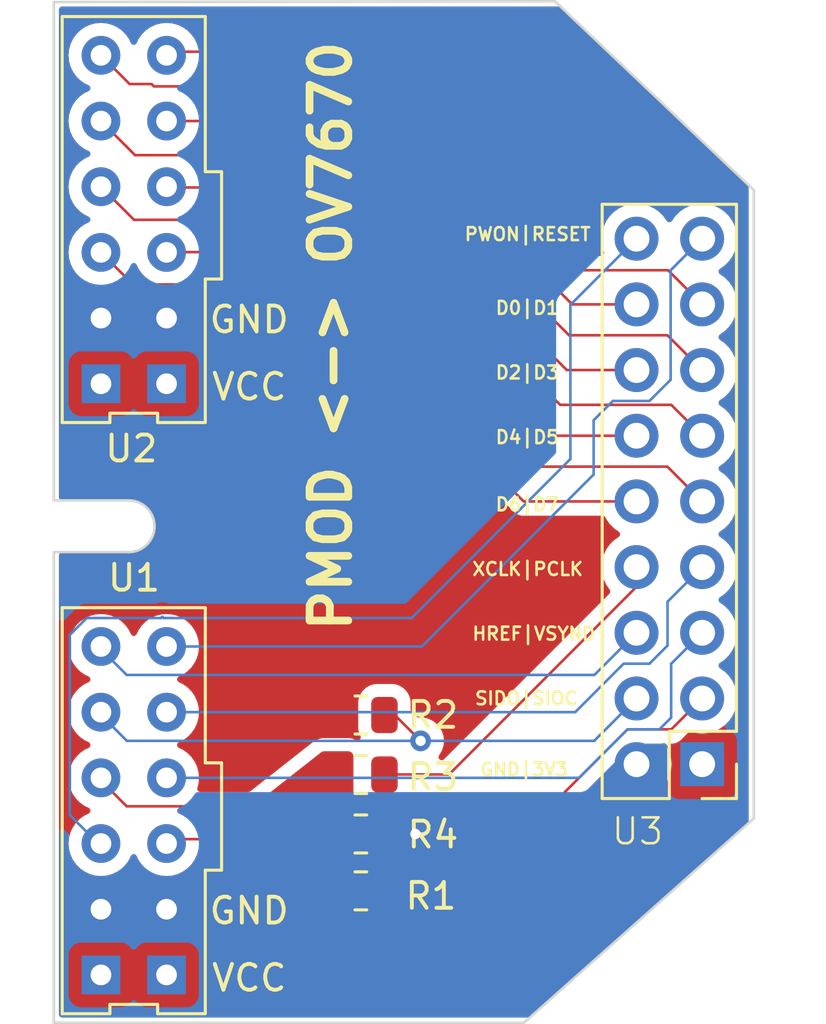
<source format=kicad_pcb>
(kicad_pcb (version 20221018) (generator pcbnew)
  (layers (0 "F.Cu" signal) (31 "B.Cu" signal) (34 "B.Paste" user) (35 "F.Paste" user) (36 "B.SilkS" user "B.Silkscreen") (37 "F.SilkS" user "F.Silkscreen") (38 "B.Mask" user) (39 "F.Mask" user) (44 "Edge.Cuts" user))
  (net 0 "")
  (net 1 "/SIOC")
  (net 2 "+3V3")
  (net 3 "/SIDO")
  (net 4 "Net-(U3-XCLK)")
  (net 5 "/XCLK")
  (net 6 "GND")
  (net 7 "/VSYNC")
  (net 8 "/PCLK")
  (net 9 "/RESET")
  (net 10 "/HREF")
  (net 11 "/PWON")
  (net 12 "/D7")
  (net 13 "/D5")
  (net 14 "/D3")
  (net 15 "/D1")
  (net 16 "/D0")
  (net 17 "/D2")
  (net 18 "/D4")
  (net 19 "/D6")
  (footprint "Resistor_SMD:R_0805_2012Metric" (layer "F.Cu") (at 89.0875 100.4)
    (fp_text reference "R2" (at 2.7875 0) (layer "F.SilkS"))
    (fp_text value "10k")
    (fp_line (start -0.227064 -0.735) (end 0.227064 -0.735) (stroke (width 0.12)) (layer "F.SilkS"))
    (fp_line (start -0.227064 0.735) (end 0.227064 0.735) (stroke (width 0.12)) (layer "F.SilkS"))
    (pad "1" smd roundrect (at -0.9125 0) (size 1.025 1.4) (layers "F.Cu" "F.Paste" "F.Mask") (roundrect_rratio 0.243902) (net 2 "+3V3"))
    (pad "2" smd roundrect (at 0.9125 0) (size 1.025 1.4) (layers "F.Cu" "F.Paste" "F.Mask") (roundrect_rratio 0.243902) (net 3 "/SIDO"))
  )
  (footprint "Resistor_SMD:R_0805_2012Metric" (layer "F.Cu") (at 89.0875 107.2)
    (fp_text reference "R1" (at 2.7125 0.2) (layer "F.SilkS"))
    (fp_text value "10k")
    (fp_line (start -0.227064 -0.735) (end 0.227064 -0.735) (stroke (width 0.12)) (layer "F.SilkS"))
    (fp_line (start -0.227064 0.735) (end 0.227064 0.735) (stroke (width 0.12)) (layer "F.SilkS"))
    (pad "1" smd roundrect (at -0.9125 0) (size 1.025 1.4) (layers "F.Cu" "F.Paste" "F.Mask") (roundrect_rratio 0.243902) (net 1 "/SIOC"))
    (pad "2" smd roundrect (at 0.9125 0) (size 1.025 1.4) (layers "F.Cu" "F.Paste" "F.Mask") (roundrect_rratio 0.243902) (net 2 "+3V3"))
  )
  (footprint "OV7670_camera:OV7670_camera" (layer "F.Cu") (at 101.05 92.25)
    (fp_text reference "U3" (at -1.25 12.65 unlocked) (layer "F.SilkS") (effects (font (thickness 0.1))))
    (fp_text value "OV7670_camera")
    (fp_text user "PWON|RESET" (at -8 -10.15 unlocked) (layer "F.SilkS") (effects (font (size 0.5 0.5) (thickness 0.1) bold) (justify left bottom)))
    (fp_text user "D4|D5" (at -6.8 -2.3 unlocked) (layer "F.SilkS") (effects (font (size 0.5 0.5) (thickness 0.1) bold) (justify left bottom)))
    (fp_text user "D6|D7" (at -6.8 0.3 unlocked) (layer "F.SilkS") (effects (font (size 0.5 0.5) (thickness 0.1) bold) (justify left bottom)))
    (fp_text user "SIDO|SIOC" (at -7.6 7.8 unlocked) (layer "F.SilkS") (effects (font (size 0.5 0.5) (thickness 0.1) bold) (justify left bottom)))
    (fp_text user "HREF|VSYND" (at -7.7 5.3 unlocked) (layer "F.SilkS") (effects (font (size 0.5 0.5) (thickness 0.1) bold) (justify left bottom)))
    (fp_text user "D2|D3" (at -6.8 -4.8 unlocked) (layer "F.SilkS") (effects (font (size 0.5 0.5) (thickness 0.1) bold) (justify left bottom)))
    (fp_text user "D0|D1" (at -6.8 -7.3 unlocked) (layer "F.SilkS") (effects (font (size 0.5 0.5) (thickness 0.1) bold) (justify left bottom)))
    (fp_text user "GND|3V3" (at -7.4 10.55 unlocked) (layer "F.SilkS") (effects (font (size 0.5 0.5) (thickness 0.1) bold) (justify left bottom)))
    (fp_text user "XCLK|PCLK" (at -7.7 2.8 unlocked) (layer "F.SilkS") (effects (font (size 0.5 0.5) (thickness 0.1) bold) (justify left bottom)))
    (fp_line (start -2.62 -11.6) (end 2.58 -11.6) (stroke (width 0.12)) (layer "F.SilkS"))
    (fp_line (start -2.62 11.38) (end -2.62 -11.6) (stroke (width 0.12)) (layer "F.SilkS"))
    (fp_line (start -2.62 11.38) (end -0.02 11.38) (stroke (width 0.12)) (layer "F.SilkS"))
    (fp_line (start -0.02 8.78) (end 2.58 8.78) (stroke (width 0.12)) (layer "F.SilkS"))
    (fp_line (start -0.02 11.38) (end -0.02 8.78) (stroke (width 0.12)) (layer "F.SilkS"))
    (fp_line (start 1.25 11.38) (end 2.58 11.38) (stroke (width 0.12)) (layer "F.SilkS"))
    (fp_line (start 2.58 8.78) (end 2.58 -11.6) (stroke (width 0.12)) (layer "F.SilkS"))
    (fp_line (start 2.58 11.38) (end 2.58 10.05) (stroke (width 0.12)) (layer "F.SilkS"))
    (pad "1" thru_hole rect locked (at 1.25 10.05 180) (size 1.7 1.7) (drill 1) (layers "*.Cu" "*.Mask") (net 2 "+3V3"))
    (pad "2" thru_hole oval locked (at -1.29 10.05 180) (size 1.7 1.7) (drill 1) (layers "*.Cu" "*.Mask") (net 6 "GND"))
    (pad "3" thru_hole oval locked (at 1.25 7.51 180) (size 1.7 1.7) (drill 1) (layers "*.Cu" "*.Mask") (net 1 "/SIOC"))
    (pad "4" thru_hole oval locked (at -1.29 7.51 180) (size 1.7 1.7) (drill 1) (layers "*.Cu" "*.Mask") (net 3 "/SIDO"))
    (pad "5" thru_hole oval locked (at 1.25 4.97 180) (size 1.7 1.7) (drill 1) (layers "*.Cu" "*.Mask") (net 7 "/VSYNC"))
    (pad "6" thru_hole oval locked (at -1.29 4.97 180) (size 1.7 1.7) (drill 1) (layers "*.Cu" "*.Mask") (net 10 "/HREF"))
    (pad "7" thru_hole oval locked (at 1.25 2.43 180) (size 1.7 1.7) (drill 1) (layers "*.Cu" "*.Mask") (net 8 "/PCLK"))
    (pad "8" thru_hole oval locked (at -1.29 2.43 180) (size 1.7 1.7) (drill 1) (layers "*.Cu" "*.Mask") (net 4 "Net-(U3-XCLK)"))
    (pad "9" thru_hole oval locked (at 1.25 -0.11 180) (size 1.7 1.7) (drill 1) (layers "*.Cu" "*.Mask") (net 12 "/D7"))
    (pad "10" thru_hole oval locked (at -1.29 -0.11 180) (size 1.7 1.7) (drill 1) (layers "*.Cu" "*.Mask") (net 19 "/D6"))
    (pad "11" thru_hole oval locked (at 1.25 -2.65 180) (size 1.7 1.7) (drill 1) (layers "*.Cu" "*.Mask") (net 13 "/D5"))
    (pad "12" thru_hole oval locked (at -1.29 -2.65 180) (size 1.7 1.7) (drill 1) (layers "*.Cu" "*.Mask") (net 18 "/D4"))
    (pad "13" thru_hole oval locked (at 1.25 -5.19 180) (size 1.7 1.7) (drill 1) (layers "*.Cu" "*.Mask") (net 14 "/D3"))
    (pad "14" thru_hole oval locked (at -1.29 -5.19 180) (size 1.7 1.7) (drill 1) (layers "*.Cu" "*.Mask") (net 17 "/D2"))
    (pad "15" thru_hole oval locked (at 1.25 -7.73 180) (size 1.7 1.7) (drill 1) (layers "*.Cu" "*.Mask") (net 15 "/D1"))
    (pad "16" thru_hole oval locked (at -1.29 -7.73 180) (size 1.7 1.7) (drill 1) (layers "*.Cu" "*.Mask") (net 16 "/D0"))
    (pad "17" thru_hole oval locked (at 1.25 -10.27 180) (size 1.7 1.7) (drill 1) (layers "*.Cu" "*.Mask") (net 9 "/RESET"))
    (pad "18" thru_hole oval locked (at -1.29 -10.27 180) (size 1.7 1.7) (drill 1) (layers "*.Cu" "*.Mask") (net 11 "/PWON"))
  )
  (footprint "Resistor_SMD:R_0805_2012Metric" (layer "F.Cu") (at 89.0875 105)
    (fp_text reference "R4" (at 2.7875 0.03) (layer "F.SilkS"))
    (fp_text value "4.7k")
    (fp_line (start -0.227064 -0.735) (end 0.227064 -0.735) (stroke (width 0.12)) (layer "F.SilkS"))
    (fp_line (start -0.227064 0.735) (end 0.227064 0.735) (stroke (width 0.12)) (layer "F.SilkS"))
    (pad "1" smd roundrect (at -0.9125 0) (size 1.025 1.4) (layers "F.Cu" "F.Paste" "F.Mask") (roundrect_rratio 0.243902) (net 5 "/XCLK"))
    (pad "2" smd roundrect (at 0.9125 0) (size 1.025 1.4) (layers "F.Cu" "F.Paste" "F.Mask") (roundrect_rratio 0.243902) (net 6 "GND"))
  )
  (footprint "Pmod:PMOD_EXTENSION_BOARD" (layer "F.Cu") (at 80.565 104.17 -90)
    (fp_text reference "U1" (at -9.07 0.26) (layer "F.SilkS"))
    (fp_text value "Pmod_connector")
    (fp_text user "GND" (at 3.8 -4.2 unlocked) (layer "F.SilkS"))
    (fp_text user "VCC" (at 6.4 -4.2 unlocked) (layer "F.SilkS"))
    (fp_line (start -7.92 -2.5) (end -7.92 3.039999) (stroke (width 0.12)) (layer "F.SilkS"))
    (fp_line (start -7.92 3.039999) (end 7.78 3.04) (stroke (width 0.12)) (layer "F.SilkS"))
    (fp_line (start -1.92 -3.13) (end -1.92 -2.5) (stroke (width 0.12)) (layer "F.SilkS"))
    (fp_line (start -1.92 -2.5) (end -7.92 -2.5) (stroke (width 0.12)) (layer "F.SilkS"))
    (fp_line (start 2.23 -3.13) (end -1.92 -3.13) (stroke (width 0.12)) (layer "F.SilkS"))
    (fp_line (start 2.23 -2.5) (end 2.23 -3.13) (stroke (width 0.12)) (layer "F.SilkS"))
    (fp_line (start 2.23 -2.5) (end 7.73 -2.5) (stroke (width 0.12)) (layer "F.SilkS"))
    (fp_line (start 7.42 -0.653333) (end 7.78 -0.653333) (stroke (width 0.12)) (layer "F.SilkS"))
    (fp_line (start 7.42 1.193333) (end 7.42 -0.653333) (stroke (width 0.12)) (layer "F.SilkS"))
    (fp_line (start 7.78 -0.653333) (end 7.78 -2.499999) (stroke (width 0.12)) (layer "F.SilkS"))
    (fp_line (start 7.78 1.193333) (end 7.42 1.193333) (stroke (width 0.12)) (layer "F.SilkS"))
    (fp_line (start 7.78 3.04) (end 7.78 1.193333) (stroke (width 0.12)) (layer "F.SilkS"))
    (pad "1" thru_hole rect locked (at 6.28 -1 90) (size 1.5 1.5) (drill 0.8) (layers "*.Cu" "*.Mask") (net 2 "+3V3"))
    (pad "2" thru_hole circle locked (at 3.74 -1 90) (size 1.5 1.5) (drill 0.8) (layers "*.Cu" "*.Mask") (net 6 "GND"))
    (pad "3" thru_hole circle locked (at 1.2 -1 90) (size 1.5 1.5) (drill 0.8) (layers "*.Cu" "*.Mask") (net 1 "/SIOC"))
    (pad "4" thru_hole circle locked (at -1.34 -1 90) (size 1.5 1.5) (drill 0.8) (layers "*.Cu" "*.Mask") (net 7 "/VSYNC"))
    (pad "5" thru_hole circle locked (at -3.88 -1 90) (size 1.5 1.5) (drill 0.8) (layers "*.Cu" "*.Mask") (net 8 "/PCLK"))
    (pad "6" thru_hole circle locked (at -6.42 -1 90) (size 1.5 1.5) (drill 0.8) (layers "*.Cu" "*.Mask") (net 9 "/RESET"))
    (pad "7" thru_hole circle locked (at -6.42 1.54 90) (size 1.5 1.5) (drill 0.8) (layers "*.Cu" "*.Mask") (net 10 "/HREF"))
    (pad "8" thru_hole circle locked (at -3.88 1.54 90) (size 1.5 1.5) (drill 0.8) (layers "*.Cu" "*.Mask") (net 3 "/SIDO"))
    (pad "9" thru_hole circle locked (at -1.34 1.54 90) (size 1.5 1.5) (drill 0.8) (layers "*.Cu" "*.Mask") (net 5 "/XCLK"))
    (pad "10" thru_hole circle locked (at 1.2 1.54 90) (size 1.5 1.5) (drill 0.8) (layers "*.Cu" "*.Mask") (net 11 "/PWON"))
    (pad "11" thru_hole circle locked (at 3.74 1.54 90) (size 1.5 1.5) (drill 0.8) (layers "*.Cu" "*.Mask") (net 6 "GND"))
    (pad "12" thru_hole rect locked (at 6.28 1.54 90) (size 1.5 1.5) (drill 0.8) (layers "*.Cu" "*.Mask") (net 2 "+3V3"))
  )
  (footprint "Resistor_SMD:R_0805_2012Metric" (layer "F.Cu") (at 89.0875 102.7 180)
    (fp_text reference "R3" (at -2.7875 -0.1) (layer "F.SilkS"))
    (fp_text value "4.7k")
    (fp_line (start -0.227064 -0.735) (end 0.227064 -0.735) (stroke (width 0.12)) (layer "F.SilkS"))
    (fp_line (start -0.227064 0.735) (end 0.227064 0.735) (stroke (width 0.12)) (layer "F.SilkS"))
    (pad "1" smd roundrect (at -0.9125 0 180) (size 1.025 1.4) (layers "F.Cu" "F.Paste" "F.Mask") (roundrect_rratio 0.243902) (net 4 "Net-(U3-XCLK)"))
    (pad "2" smd roundrect (at 0.9125 0 180) (size 1.025 1.4) (layers "F.Cu" "F.Paste" "F.Mask") (roundrect_rratio 0.243902) (net 5 "/XCLK"))
  )
  (footprint "Pmod:PMOD_EXTENSION_BOARD" (layer "F.Cu") (at 80.565 81.31 -90)
    (fp_text reference "U2" (at 8.79 0.365) (layer "F.SilkS"))
    (fp_text value "Pmod_connector")
    (fp_text user "GND" (at 3.8 -4.2 unlocked) (layer "F.SilkS"))
    (fp_text user "VCC" (at 6.4 -4.2 unlocked) (layer "F.SilkS"))
    (fp_line (start -7.92 -2.5) (end -7.92 3.039999) (stroke (width 0.12)) (layer "F.SilkS"))
    (fp_line (start -7.92 3.039999) (end 7.78 3.04) (stroke (width 0.12)) (layer "F.SilkS"))
    (fp_line (start -1.92 -3.13) (end -1.92 -2.5) (stroke (width 0.12)) (layer "F.SilkS"))
    (fp_line (start -1.92 -2.5) (end -7.92 -2.5) (stroke (width 0.12)) (layer "F.SilkS"))
    (fp_line (start 2.23 -3.13) (end -1.92 -3.13) (stroke (width 0.12)) (layer "F.SilkS"))
    (fp_line (start 2.23 -2.5) (end 2.23 -3.13) (stroke (width 0.12)) (layer "F.SilkS"))
    (fp_line (start 2.23 -2.5) (end 7.73 -2.5) (stroke (width 0.12)) (layer "F.SilkS"))
    (fp_line (start 7.42 -0.653333) (end 7.78 -0.653333) (stroke (width 0.12)) (layer "F.SilkS"))
    (fp_line (start 7.42 1.193333) (end 7.42 -0.653333) (stroke (width 0.12)) (layer "F.SilkS"))
    (fp_line (start 7.78 -0.653333) (end 7.78 -2.499999) (stroke (width 0.12)) (layer "F.SilkS"))
    (fp_line (start 7.78 1.193333) (end 7.42 1.193333) (stroke (width 0.12)) (layer "F.SilkS"))
    (fp_line (start 7.78 3.04) (end 7.78 1.193333) (stroke (width 0.12)) (layer "F.SilkS"))
    (pad "1" thru_hole rect locked (at 6.28 -1 90) (size 1.5 1.5) (drill 0.8) (layers "*.Cu" "*.Mask") (net 2 "+3V3"))
    (pad "2" thru_hole circle locked (at 3.74 -1 90) (size 1.5 1.5) (drill 0.8) (layers "*.Cu" "*.Mask") (net 6 "GND"))
    (pad "3" thru_hole circle locked (at 1.2 -1 90) (size 1.5 1.5) (drill 0.8) (layers "*.Cu" "*.Mask") (net 12 "/D7"))
    (pad "4" thru_hole circle locked (at -1.34 -1 90) (size 1.5 1.5) (drill 0.8) (layers "*.Cu" "*.Mask") (net 13 "/D5"))
    (pad "5" thru_hole circle locked (at -3.88 -1 90) (size 1.5 1.5) (drill 0.8) (layers "*.Cu" "*.Mask") (net 14 "/D3"))
    (pad "6" thru_hole circle locked (at -6.42 -1 90) (size 1.5 1.5) (drill 0.8) (layers "*.Cu" "*.Mask") (net 15 "/D1"))
    (pad "7" thru_hole circle locked (at -6.42 1.54 90) (size 1.5 1.5) (drill 0.8) (layers "*.Cu" "*.Mask") (net 16 "/D0"))
    (pad "8" thru_hole circle locked (at -3.88 1.54 90) (size 1.5 1.5) (drill 0.8) (layers "*.Cu" "*.Mask") (net 17 "/D2"))
    (pad "9" thru_hole circle locked (at -1.34 1.54 90) (size 1.5 1.5) (drill 0.8) (layers "*.Cu" "*.Mask") (net 18 "/D4"))
    (pad "10" thru_hole circle locked (at 1.2 1.54 90) (size 1.5 1.5) (drill 0.8) (layers "*.Cu" "*.Mask") (net 19 "/D6"))
    (pad "11" thru_hole circle locked (at 3.74 1.54 90) (size 1.5 1.5) (drill 0.8) (layers "*.Cu" "*.Mask") (net 6 "GND"))
    (pad "12" thru_hole rect locked (at 6.28 1.54 90) (size 1.5 1.5) (drill 0.8) (layers "*.Cu" "*.Mask") (net 2 "+3V3"))
  )
  (gr_line (start 104.3 80.1) (end 104.3 104.4) (stroke (width 0.1)) (layer "Edge.Cuts"))
  (gr_line (start 96.6 72.8) (end 104.3 80.1) (stroke (width 0.1)) (layer "Edge.Cuts"))
  (gr_line (start 104.3 104.4) (end 95.4 112.3) (stroke (width 0.1)) (layer "Edge.Cuts"))
  (gr_line (start 77.2 92.1) (end 77.2 72.83) (stroke (width 0.1)) (layer "Edge.Cuts"))
  (gr_line (start 80.1 92.1) (end 77.2 92.1) (stroke (width 0.1)) (layer "Edge.Cuts"))
  (gr_line (start 77.2 112.3) (end 77.2 94.1) (stroke (width 0.1)) (layer "Edge.Cuts"))
  (gr_arc (start 80.1 92.1) (mid 81.1 93.1) (end 80.1 94.1) (stroke (width 0.1)) (layer "Edge.Cuts"))
  (gr_line (start 77.2 94.1) (end 80.1 94.1) (stroke (width 0.1)) (layer "Edge.Cuts"))
  (gr_line (start 77.2 72.83) (end 96.6 72.8) (stroke (width 0.1)) (layer "Edge.Cuts"))
  (gr_line (start 77.2 112.3) (end 95.4 112.3) (stroke (width 0.1)) (layer "Edge.Cuts"))
  (gr_text "PMOD <-> OV7670" (at 88.8 97.3 90) (layer "F.SilkS") (effects (font (size 1.5 1.5) (thickness 0.3) bold) (justify left bottom)))
  (segment (start 86.3875 105.9) (end 86.5375 106.05) (width 0.1) (layer "F.Cu") (net 1))
  (segment (start 85.6875 105.2) (end 86.3875 105.9) (width 0.1) (layer "F.Cu") (net 1))
  (segment (start 86.3875 105.9) (end 87.6875 107.2) (width 0.1) (layer "F.Cu") (net 1))
  (segment (start 101.104656 100.955344) (end 102.3 99.76) (width 0.1) (layer "F.Cu") (net 1))
  (segment (start 99.409246 100.955344) (end 101.104656 100.955344) (width 0.1) (layer "F.Cu") (net 1))
  (segment (start 87.6875 107.2) (end 88.175 107.2) (width 0.1) (layer "F.Cu") (net 1))
  (segment (start 86.5375 106.05) (end 94.31459 106.05) (width 0.1) (layer "F.Cu") (net 1))
  (segment (start 81.46 105.37) (end 81.63 105.2) (width 0.1) (layer "F.Cu") (net 1))
  (segment (start 81.63 105.2) (end 85.6875 105.2) (width 0.1) (layer "F.Cu") (net 1))
  (segment (start 94.31459 106.05) (end 99.409246 100.955344) (width 0.1) (layer "F.Cu") (net 1))
  (segment (start 90.4 100.4) (end 91.4 101.4) (width 0.1) (layer "F.Cu") (net 3))
  (segment (start 90 100.4) (end 90.4 100.4) (width 0.1) (layer "F.Cu") (net 3))
  (via (at 91.4 101.4) (size 0.8) (drill 0.4) (layers "F.Cu" "B.Cu") (net 3))
  (segment (start 98.12 101.4) (end 91.4 101.4) (width 0.1) (layer "B.Cu") (net 3))
  (segment (start 80.03 101.4) (end 91.4 101.4) (width 0.1) (layer "B.Cu") (net 3))
  (segment (start 99.76 99.76) (end 98.12 101.4) (width 0.1) (layer "B.Cu") (net 3))
  (segment (start 78.92 100.29) (end 80.03 101.4) (width 0.1) (layer "B.Cu") (net 3))
  (segment (start 99.76 95.44) (end 99.76 94.68) (width 0.1) (layer "F.Cu") (net 4))
  (segment (start 92.5 102.7) (end 99.76 95.44) (width 0.1) (layer "F.Cu") (net 4))
  (segment (start 90 102.7) (end 92.5 102.7) (width 0.1) (layer "F.Cu") (net 4))
  (segment (start 87.8 105) (end 87 104.2) (width 0.1) (layer "F.Cu") (net 5))
  (segment (start 78.92 102.83) (end 80.02 103.93) (width 0.1) (layer "F.Cu") (net 5))
  (segment (start 80.02 103.93) (end 86.945 103.93) (width 0.1) (layer "F.Cu") (net 5))
  (segment (start 86.945 103.93) (end 87.0375 103.8375) (width 0.1) (layer "F.Cu") (net 5))
  (segment (start 88.175 105) (end 87.8 105) (width 0.1) (layer "F.Cu") (net 5))
  (segment (start 87 104.2) (end 87 103.875) (width 0.1) (layer "F.Cu") (net 5))
  (segment (start 87.0375 103.8375) (end 88.175 102.7) (width 0.1) (layer "F.Cu") (net 5))
  (segment (start 87 103.875) (end 87.0375 103.8375) (width 0.1) (layer "F.Cu") (net 5))
  (segment (start 91.199998 105) (end 91.2 105.000002) (width 0.1) (layer "F.Cu") (net 6))
  (segment (start 90 105) (end 91.199998 105) (width 0.1) (layer "F.Cu") (net 6))
  (via (at 91.2 105.000002) (size 0.8) (drill 0.4) (layers "F.Cu" "B.Cu") (net 6))
  (segment (start 81.46 102.83) (end 97.53459 102.83) (width 0.1) (layer "B.Cu") (net 7))
  (segment (start 101.1 98.42) (end 102.3 97.22) (width 0.1) (layer "B.Cu") (net 7))
  (segment (start 97.53459 102.83) (end 99.409246 100.955344) (width 0.1) (layer "B.Cu") (net 7))
  (segment (start 101.1 100.5) (end 101.1 98.42) (width 0.1) (layer "B.Cu") (net 7))
  (segment (start 99.409246 100.955344) (end 100.644656 100.955344) (width 0.1) (layer "B.Cu") (net 7))
  (segment (start 100.644656 100.955344) (end 101.1 100.5) (width 0.1) (layer "B.Cu") (net 7))
  (segment (start 100.96 97.71541) (end 100.96 96.02) (width 0.1) (layer "B.Cu") (net 8))
  (segment (start 97.385278 100.29) (end 99.259934 98.415344) (width 0.1) (layer "B.Cu") (net 8))
  (segment (start 81.46 100.29) (end 97.385278 100.29) (width 0.1) (layer "B.Cu") (net 8))
  (segment (start 99.259934 98.415344) (end 100.260066 98.415344) (width 0.1) (layer "B.Cu") (net 8))
  (segment (start 100.96 96.02) (end 102.3 94.68) (width 0.1) (layer "B.Cu") (net 8))
  (segment (start 100.260066 98.415344) (end 100.96 97.71541) (width 0.1) (layer "B.Cu") (net 8))
  (segment (start 98.1 91.1) (end 98.1 89) (width 0.1) (layer "B.Cu") (net 9))
  (segment (start 91.45 97.75) (end 98.1 91.1) (width 0.1) (layer "B.Cu") (net 9))
  (segment (start 98.844656 88.255344) (end 100.260066 88.255344) (width 0.1) (layer "B.Cu") (net 9))
  (segment (start 101.08 87.43541) (end 101.08 83.2) (width 0.1) (layer "B.Cu") (net 9))
  (segment (start 101.08 83.2) (end 102.3 81.98) (width 0.1) (layer "B.Cu") (net 9))
  (segment (start 81.46 97.75) (end 91.45 97.75) (width 0.1) (layer "B.Cu") (net 9))
  (segment (start 100.260066 88.255344) (end 101.08 87.43541) (width 0.1) (layer "B.Cu") (net 9))
  (segment (start 98.1 89) (end 98.844656 88.255344) (width 0.1) (layer "B.Cu") (net 9))
  (segment (start 80.02 98.85) (end 98.13 98.85) (width 0.1) (layer "B.Cu") (net 10))
  (segment (start 78.92 97.75) (end 80.02 98.85) (width 0.1) (layer "B.Cu") (net 10))
  (segment (start 98.13 98.85) (end 99.76 97.22) (width 0.1) (layer "B.Cu") (net 10))
  (segment (start 81.4 96.6) (end 81.45 96.65) (width 0.1) (layer "B.Cu") (net 11))
  (segment (start 97.2 90.5) (end 97.2 84.54) (width 0.1) (layer "B.Cu") (net 11))
  (segment (start 91.05 96.65) (end 97.2 90.5) (width 0.1) (layer "B.Cu") (net 11))
  (segment (start 77.82 104.27) (end 77.82 97.301034) (width 0.1) (layer "B.Cu") (net 11))
  (segment (start 78.471034 96.65) (end 81.35 96.65) (width 0.1) (layer "B.Cu") (net 11))
  (segment (start 97.2 84.54) (end 99.76 81.98) (width 0.1) (layer "B.Cu") (net 11))
  (segment (start 81.45 96.65) (end 91.05 96.65) (width 0.1) (layer "B.Cu") (net 11))
  (segment (start 78.92 105.37) (end 77.82 104.27) (width 0.1) (layer "B.Cu") (net 11))
  (segment (start 77.82 97.301034) (end 78.471034 96.65) (width 0.1) (layer "B.Cu") (net 11))
  (segment (start 81.35 96.65) (end 81.4 96.6) (width 0.1) (layer "B.Cu") (net 11))
  (segment (start 95.595344 90.795344) (end 100.955344 90.795344) (width 0.1) (layer "F.Cu") (net 12))
  (segment (start 81.565 82.51) (end 81.575 82.5) (width 0.1) (layer "F.Cu") (net 12))
  (segment (start 100.955344 90.795344) (end 102.3 92.14) (width 0.1) (layer "F.Cu") (net 12))
  (segment (start 81.575 82.5) (end 87.3 82.5) (width 0.1) (layer "F.Cu") (net 12))
  (segment (start 87.3 82.5) (end 95.595344 90.795344) (width 0.1) (layer "F.Cu") (net 12))
  (segment (start 81.595 80) (end 88.4 80) (width 0.1) (layer "F.Cu") (net 13))
  (segment (start 101.104656 88.404656) (end 102.3 89.6) (width 0.1) (layer "F.Cu") (net 13))
  (segment (start 96.804656 88.404656) (end 101.104656 88.404656) (width 0.1) (layer "F.Cu") (net 13))
  (segment (start 88.4 80) (end 96.804656 88.404656) (width 0.1) (layer "F.Cu") (net 13))
  (segment (start 81.565 79.97) (end 81.595 80) (width 0.1) (layer "F.Cu") (net 13))
  (segment (start 97.148136 85.715344) (end 100.955344 85.715344) (width 0.1) (layer "F.Cu") (net 14))
  (segment (start 88.862792 77.43) (end 97.148136 85.715344) (width 0.1) (layer "F.Cu") (net 14))
  (segment (start 81.565 77.43) (end 88.862792 77.43) (width 0.1) (layer "F.Cu") (net 14))
  (segment (start 100.955344 85.715344) (end 102.3 87.06) (width 0.1) (layer "F.Cu") (net 14))
  (segment (start 102.3 84.52) (end 100.98 83.2) (width 0.1) (layer "F.Cu") (net 15))
  (segment (start 97.2 83.2) (end 88.75 74.75) (width 0.1) (layer "F.Cu") (net 15))
  (segment (start 100.98 83.2) (end 97.2 83.2) (width 0.1) (layer "F.Cu") (net 15))
  (segment (start 88.75 74.75) (end 81.705 74.75) (width 0.1) (layer "F.Cu") (net 15))
  (segment (start 81.705 74.75) (end 81.565 74.89) (width 0.1) (layer "F.Cu") (net 15))
  (segment (start 88.84 76.09) (end 97.27 84.52) (width 0.1) (layer "F.Cu") (net 16))
  (segment (start 81.074612 76.09) (end 88.84 76.09) (width 0.1) (layer "F.Cu") (net 16))
  (segment (start 80.984612 76) (end 81.074612 76.09) (width 0.1) (layer "F.Cu") (net 16))
  (segment (start 80.135 76) (end 80.984612 76) (width 0.1) (layer "F.Cu") (net 16))
  (segment (start 79.025 74.89) (end 80.135 76) (width 0.1) (layer "F.Cu") (net 16))
  (segment (start 97.27 84.52) (end 99.76 84.52) (width 0.1) (layer "F.Cu") (net 16))
  (segment (start 97.06 87.06) (end 99.76 87.06) (width 0.1) (layer "F.Cu") (net 17))
  (segment (start 80.345 78.75) (end 88.75 78.75) (width 0.1) (layer "F.Cu") (net 17))
  (segment (start 88.75 78.75) (end 97.06 87.06) (width 0.1) (layer "F.Cu") (net 17))
  (segment (start 79.025 77.43) (end 80.345 78.75) (width 0.1) (layer "F.Cu") (net 17))
  (segment (start 96.1 89.6) (end 99.76 89.6) (width 0.1) (layer "F.Cu") (net 18))
  (segment (start 87.75 81.25) (end 96.1 89.6) (width 0.1) (layer "F.Cu") (net 18))
  (segment (start 79.025 79.97) (end 80.305 81.25) (width 0.1) (layer "F.Cu") (net 18))
  (segment (start 80.305 81.25) (end 87.75 81.25) (width 0.1) (layer "F.Cu") (net 18))
  (segment (start 95.39 92.14) (end 99.76 92.14) (width 0.1) (layer "F.Cu") (net 19))
  (segment (start 80.265 83.75) (end 87 83.75) (width 0.1) (layer "F.Cu") (net 19))
  (segment (start 87 83.75) (end 95.39 92.14) (width 0.1) (layer "F.Cu") (net 19))
  (segment (start 79.025 82.51) (end 80.265 83.75) (width 0.1) (layer "F.Cu") (net 19))
  (zone (net 5) (net_name "/XCLK") (layer "F.Cu") (priority 2) (connect_pads yes (clearance 0.5)) (min_thickness 0.25) (fill yes (thermal_gap 0.5) (thermal_bridge_width 0.5) (smoothing fillet) (radius 0.2))
    (polygon (pts (xy 87.6 101.8) (xy 84.8 104) (xy 87.8 105.8) (xy 88.8 105.8) (xy 88.8 101.8)))
  )
  (zone (net 2) (net_name "+3V3") (layer "F.Cu") (priority 1) (connect_pads yes (clearance 0.5)) (min_thickness 0.25) (fill yes (thermal_gap 0.5) (thermal_bridge_width 0.5))
    (polygon (pts (xy 77.4 73) (xy 104.1 73) (xy 104.1 112.1) (xy 77.4 112.1)))
  )
  (zone (net 6) (net_name "GND") (layer "B.Cu") (connect_pads yes (clearance 0.5)) (min_thickness 0.25) (fill yes (thermal_gap 0.5) (thermal_bridge_width 0.5))
    (polygon (pts (xy 77.4 73) (xy 104.1 73) (xy 104.1 112.1) (xy 77.4 112.1)))
  )
)
</source>
